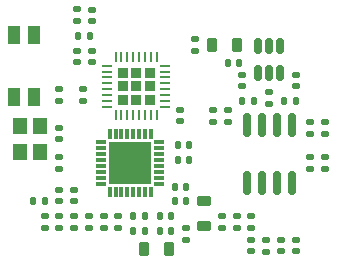
<source format=gbr>
%TF.GenerationSoftware,KiCad,Pcbnew,7.0.5*%
%TF.CreationDate,2023-08-24T03:33:07+02:00*%
%TF.ProjectId,Reader_Module,52656164-6572-45f4-9d6f-64756c652e6b,rev?*%
%TF.SameCoordinates,Original*%
%TF.FileFunction,Paste,Top*%
%TF.FilePolarity,Positive*%
%FSLAX46Y46*%
G04 Gerber Fmt 4.6, Leading zero omitted, Abs format (unit mm)*
G04 Created by KiCad (PCBNEW 7.0.5) date 2023-08-24 03:33:07*
%MOMM*%
%LPD*%
G01*
G04 APERTURE LIST*
G04 Aperture macros list*
%AMRoundRect*
0 Rectangle with rounded corners*
0 $1 Rounding radius*
0 $2 $3 $4 $5 $6 $7 $8 $9 X,Y pos of 4 corners*
0 Add a 4 corners polygon primitive as box body*
4,1,4,$2,$3,$4,$5,$6,$7,$8,$9,$2,$3,0*
0 Add four circle primitives for the rounded corners*
1,1,$1+$1,$2,$3*
1,1,$1+$1,$4,$5*
1,1,$1+$1,$6,$7*
1,1,$1+$1,$8,$9*
0 Add four rect primitives between the rounded corners*
20,1,$1+$1,$2,$3,$4,$5,0*
20,1,$1+$1,$4,$5,$6,$7,0*
20,1,$1+$1,$6,$7,$8,$9,0*
20,1,$1+$1,$8,$9,$2,$3,0*%
G04 Aperture macros list end*
%ADD10R,0.300000X0.850000*%
%ADD11R,0.850000X0.300000*%
%ADD12R,3.550000X3.550000*%
%ADD13RoundRect,0.135000X0.135000X0.185000X-0.135000X0.185000X-0.135000X-0.185000X0.135000X-0.185000X0*%
%ADD14RoundRect,0.140000X0.170000X-0.140000X0.170000X0.140000X-0.170000X0.140000X-0.170000X-0.140000X0*%
%ADD15RoundRect,0.140000X-0.170000X0.140000X-0.170000X-0.140000X0.170000X-0.140000X0.170000X0.140000X0*%
%ADD16RoundRect,0.150000X0.150000X-0.512500X0.150000X0.512500X-0.150000X0.512500X-0.150000X-0.512500X0*%
%ADD17RoundRect,0.140000X0.140000X0.170000X-0.140000X0.170000X-0.140000X-0.170000X0.140000X-0.170000X0*%
%ADD18R,1.000000X1.550000*%
%ADD19RoundRect,0.232500X-0.232500X-0.232500X0.232500X-0.232500X0.232500X0.232500X-0.232500X0.232500X0*%
%ADD20RoundRect,0.062500X-0.375000X-0.062500X0.375000X-0.062500X0.375000X0.062500X-0.375000X0.062500X0*%
%ADD21RoundRect,0.062500X-0.062500X-0.375000X0.062500X-0.375000X0.062500X0.375000X-0.062500X0.375000X0*%
%ADD22RoundRect,0.135000X0.185000X-0.135000X0.185000X0.135000X-0.185000X0.135000X-0.185000X-0.135000X0*%
%ADD23RoundRect,0.140000X-0.140000X-0.170000X0.140000X-0.170000X0.140000X0.170000X-0.140000X0.170000X0*%
%ADD24RoundRect,0.218750X0.381250X-0.218750X0.381250X0.218750X-0.381250X0.218750X-0.381250X-0.218750X0*%
%ADD25RoundRect,0.135000X-0.185000X0.135000X-0.185000X-0.135000X0.185000X-0.135000X0.185000X0.135000X0*%
%ADD26RoundRect,0.218750X-0.218750X-0.381250X0.218750X-0.381250X0.218750X0.381250X-0.218750X0.381250X0*%
%ADD27RoundRect,0.150000X0.150000X-0.825000X0.150000X0.825000X-0.150000X0.825000X-0.150000X-0.825000X0*%
%ADD28R,1.200000X1.400000*%
%ADD29RoundRect,0.135000X-0.135000X-0.185000X0.135000X-0.185000X0.135000X0.185000X-0.135000X0.185000X0*%
G04 APERTURE END LIST*
D10*
%TO.C,D1*%
X116750000Y-79450000D03*
X117250000Y-79450000D03*
X117750000Y-79450000D03*
X118250000Y-79450000D03*
X118750000Y-79450000D03*
X119250000Y-79450000D03*
X119750000Y-79450000D03*
X120250000Y-79450000D03*
D11*
X120950000Y-78750000D03*
X120950000Y-78250000D03*
X120950000Y-77750000D03*
X120950000Y-77250000D03*
X120950000Y-76750000D03*
X120950000Y-76250000D03*
X120950000Y-75750000D03*
X120950000Y-75250000D03*
D10*
X120250000Y-74550000D03*
X119750000Y-74550000D03*
X119250000Y-74550000D03*
X118750000Y-74550000D03*
X118250000Y-74550000D03*
X117750000Y-74550000D03*
X117250000Y-74550000D03*
X116750000Y-74550000D03*
D11*
X116050000Y-75250000D03*
X116050000Y-75750000D03*
X116050000Y-76250000D03*
X116050000Y-76750000D03*
X116050000Y-77250000D03*
X116050000Y-77750000D03*
X116050000Y-78250000D03*
X116050000Y-78750000D03*
D12*
X118500000Y-77000000D03*
%TD*%
D13*
%TO.C,R6*%
X129010000Y-71750000D03*
X127990000Y-71750000D03*
%TD*%
D14*
%TO.C,C21*%
X128000000Y-70480000D03*
X128000000Y-69520000D03*
%TD*%
D15*
%TO.C,C23*%
X132500000Y-69520000D03*
X132500000Y-70480000D03*
%TD*%
D14*
%TO.C,C24*%
X133750000Y-74500000D03*
X133750000Y-73540000D03*
%TD*%
D16*
%TO.C,U3*%
X129300000Y-69407500D03*
X130250000Y-69407500D03*
X131200000Y-69407500D03*
X131200000Y-67132500D03*
X130250000Y-67132500D03*
X129300000Y-67132500D03*
%TD*%
D17*
%TO.C,C29*%
X127730000Y-68500000D03*
X126770000Y-68500000D03*
%TD*%
D15*
%TO.C,C8*%
X115250000Y-64020000D03*
X115250000Y-64980000D03*
%TD*%
D18*
%TO.C,SW1*%
X108650000Y-71375000D03*
X108650000Y-66125000D03*
X110350000Y-71375000D03*
X110350000Y-66125000D03*
%TD*%
D19*
%TO.C,U1*%
X117850000Y-69350000D03*
X117850000Y-70500000D03*
X117850000Y-71650000D03*
X119000000Y-69350000D03*
X119000000Y-70500000D03*
X119000000Y-71650000D03*
X120150000Y-69350000D03*
X120150000Y-70500000D03*
X120150000Y-71650000D03*
D20*
X116562500Y-68750000D03*
X116562500Y-69250000D03*
X116562500Y-69750000D03*
X116562500Y-70250000D03*
X116562500Y-70750000D03*
X116562500Y-71250000D03*
X116562500Y-71750000D03*
X116562500Y-72250000D03*
D21*
X117250000Y-72937500D03*
X117750000Y-72937500D03*
X118250000Y-72937500D03*
X118750000Y-72937500D03*
X119250000Y-72937500D03*
X119750000Y-72937500D03*
X120250000Y-72937500D03*
X120750000Y-72937500D03*
D20*
X121437500Y-72250000D03*
X121437500Y-71750000D03*
X121437500Y-71250000D03*
X121437500Y-70750000D03*
X121437500Y-70250000D03*
X121437500Y-69750000D03*
X121437500Y-69250000D03*
X121437500Y-68750000D03*
D21*
X120750000Y-68062500D03*
X120250000Y-68062500D03*
X119750000Y-68062500D03*
X119250000Y-68062500D03*
X118750000Y-68062500D03*
X118250000Y-68062500D03*
X117750000Y-68062500D03*
X117250000Y-68062500D03*
%TD*%
D14*
%TO.C,C14*%
X117500000Y-82480000D03*
X117500000Y-81520000D03*
%TD*%
D22*
%TO.C,R9*%
X135000000Y-74530000D03*
X135000000Y-73510000D03*
%TD*%
D23*
%TO.C,C35*%
X122270000Y-80250000D03*
X123230000Y-80250000D03*
%TD*%
D15*
%TO.C,C9*%
X113750000Y-79270000D03*
X113750000Y-80230000D03*
%TD*%
%TO.C,C19*%
X135000000Y-76520000D03*
X135000000Y-77480000D03*
%TD*%
D17*
%TO.C,C5*%
X123480000Y-75500000D03*
X122520000Y-75500000D03*
%TD*%
D24*
%TO.C,L2*%
X124750000Y-82312500D03*
X124750000Y-80187500D03*
%TD*%
D15*
%TO.C,C20*%
X133750000Y-76520000D03*
X133750000Y-77480000D03*
%TD*%
D25*
%TO.C,R1*%
X114000000Y-63990000D03*
X114000000Y-65010000D03*
%TD*%
D14*
%TO.C,C11*%
X112500000Y-82480000D03*
X112500000Y-81520000D03*
%TD*%
D15*
%TO.C,C4*%
X114000000Y-67520000D03*
X114000000Y-68480000D03*
%TD*%
%TO.C,C27*%
X128750000Y-83520000D03*
X128750000Y-84480000D03*
%TD*%
D17*
%TO.C,C36*%
X123230000Y-79000000D03*
X122270000Y-79000000D03*
%TD*%
D26*
%TO.C,L1*%
X119687500Y-84250000D03*
X121812500Y-84250000D03*
%TD*%
D14*
%TO.C,C16*%
X115000000Y-82480000D03*
X115000000Y-81520000D03*
%TD*%
D23*
%TO.C,C30*%
X118770000Y-81500000D03*
X119730000Y-81500000D03*
%TD*%
D22*
%TO.C,R10*%
X130000000Y-84510000D03*
X130000000Y-83490000D03*
%TD*%
D14*
%TO.C,C22*%
X130250000Y-71980000D03*
X130250000Y-71020000D03*
%TD*%
D15*
%TO.C,C18*%
X112500000Y-74020000D03*
X112500000Y-74980000D03*
%TD*%
D17*
%TO.C,C31*%
X119710000Y-82750000D03*
X118750000Y-82750000D03*
%TD*%
D15*
%TO.C,C3*%
X115250000Y-67520000D03*
X115250000Y-68480000D03*
%TD*%
D14*
%TO.C,C28*%
X124000000Y-67480000D03*
X124000000Y-66520000D03*
%TD*%
%TO.C,C1*%
X114500000Y-71730000D03*
X114500000Y-70770000D03*
%TD*%
D13*
%TO.C,R8*%
X132510000Y-71750000D03*
X131490000Y-71750000D03*
%TD*%
D17*
%TO.C,C33*%
X121980000Y-81500000D03*
X121020000Y-81500000D03*
%TD*%
D23*
%TO.C,C32*%
X121020000Y-82750000D03*
X121980000Y-82750000D03*
%TD*%
D15*
%TO.C,C7*%
X112500000Y-70770000D03*
X112500000Y-71730000D03*
%TD*%
D14*
%TO.C,C15*%
X113750000Y-82480000D03*
X113750000Y-81520000D03*
%TD*%
D26*
%TO.C,FB2*%
X125437500Y-67000000D03*
X127562500Y-67000000D03*
%TD*%
D14*
%TO.C,C17*%
X112500000Y-77480000D03*
X112500000Y-76520000D03*
%TD*%
%TO.C,C38*%
X127500000Y-82480000D03*
X127500000Y-81520000D03*
%TD*%
D25*
%TO.C,R11*%
X128750000Y-81490000D03*
X128750000Y-82510000D03*
%TD*%
D14*
%TO.C,C2*%
X122750000Y-73480000D03*
X122750000Y-72520000D03*
%TD*%
D17*
%TO.C,C6*%
X123480000Y-76750000D03*
X122520000Y-76750000D03*
%TD*%
D15*
%TO.C,C10*%
X112500000Y-79270000D03*
X112500000Y-80230000D03*
%TD*%
D14*
%TO.C,C12*%
X111250000Y-82480000D03*
X111250000Y-81520000D03*
%TD*%
%TO.C,C13*%
X116250000Y-82480000D03*
X116250000Y-81520000D03*
%TD*%
D13*
%TO.C,R4*%
X115110000Y-66250000D03*
X114090000Y-66250000D03*
%TD*%
D14*
%TO.C,C25*%
X132500000Y-84480000D03*
X132500000Y-83520000D03*
%TD*%
D25*
%TO.C,R5*%
X126750000Y-72490000D03*
X126750000Y-73510000D03*
%TD*%
%TO.C,R7*%
X125500000Y-72490000D03*
X125500000Y-73510000D03*
%TD*%
D27*
%TO.C,U2*%
X128345000Y-78725000D03*
X129615000Y-78725000D03*
X130885000Y-78725000D03*
X132155000Y-78725000D03*
X132155000Y-73775000D03*
X130885000Y-73775000D03*
X129615000Y-73775000D03*
X128345000Y-73775000D03*
%TD*%
D14*
%TO.C,C37*%
X126250000Y-82480000D03*
X126250000Y-81520000D03*
%TD*%
%TO.C,C26*%
X131250000Y-84480000D03*
X131250000Y-83520000D03*
%TD*%
D28*
%TO.C,Y1*%
X110850000Y-76100000D03*
X110850000Y-73900000D03*
X109150000Y-73900000D03*
X109150000Y-76100000D03*
%TD*%
D14*
%TO.C,C34*%
X123250000Y-83480000D03*
X123250000Y-82520000D03*
%TD*%
D29*
%TO.C,R3*%
X110240000Y-80250000D03*
X111260000Y-80250000D03*
%TD*%
M02*

</source>
